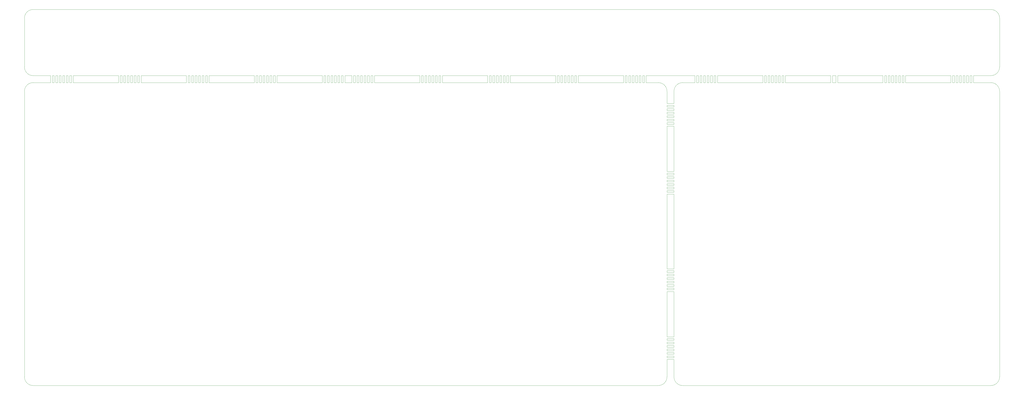
<source format=gbr>
G04 #@! TF.GenerationSoftware,KiCad,Pcbnew,(5.1.5)-3*
G04 #@! TF.CreationDate,2020-04-30T16:40:08-04:00*
G04 #@! TF.ProjectId,MiniVan,4d696e69-5661-46e2-9e6b-696361645f70,rev?*
G04 #@! TF.SameCoordinates,Original*
G04 #@! TF.FileFunction,Profile,NP*
%FSLAX46Y46*%
G04 Gerber Fmt 4.6, Leading zero omitted, Abs format (unit mm)*
G04 Created by KiCad (PCBNEW (5.1.5)-3) date 2020-04-30 16:40:08*
%MOMM*%
%LPD*%
G04 APERTURE LIST*
%ADD10C,0.050000*%
G04 APERTURE END LIST*
D10*
X-58737500Y-15081250D02*
X-58737500Y-17462500D01*
X385762500Y-15081250D02*
X385762500Y-17462500D01*
X-58737500Y4762500D02*
X-58737500Y-15081250D01*
X385762500Y4762500D02*
X385762500Y-15081250D01*
X234156250Y-148431250D02*
X234156250Y-147637500D01*
X237331250Y-148431250D02*
X234156250Y-148431250D01*
X237331250Y-147637500D02*
X237331250Y-148431250D01*
X234156250Y-147637500D02*
X237331250Y-147637500D01*
X234156250Y-146843750D02*
X234156250Y-146050000D01*
X237331250Y-146843750D02*
X234156250Y-146843750D01*
X237331250Y-146050000D02*
X237331250Y-146843750D01*
X234156250Y-146050000D02*
X237331250Y-146050000D01*
X237331250Y-115093750D02*
X234156250Y-115093750D01*
X237331250Y-115887500D02*
X237331250Y-115093750D01*
X234156250Y-115887500D02*
X237331250Y-115887500D01*
X234156250Y-115093750D02*
X234156250Y-115887500D01*
X234156250Y-117475000D02*
X234156250Y-116681250D01*
X237331250Y-117475000D02*
X234156250Y-117475000D01*
X237331250Y-116681250D02*
X237331250Y-117475000D01*
X234156250Y-116681250D02*
X237331250Y-116681250D01*
X237331250Y-41275000D02*
X234156250Y-41275000D01*
X237331250Y-42068750D02*
X237331250Y-41275000D01*
X234156250Y-42068750D02*
X237331250Y-42068750D01*
X234156250Y-41275000D02*
X234156250Y-42068750D01*
X237331250Y-39687500D02*
X234156250Y-39687500D01*
X237331250Y-40481250D02*
X237331250Y-39687500D01*
X234156250Y-40481250D02*
X237331250Y-40481250D01*
X234156250Y-39687500D02*
X234156250Y-40481250D01*
X237331250Y-70643750D02*
X234156250Y-70643750D01*
X237331250Y-71437500D02*
X237331250Y-70643750D01*
X234156250Y-71437500D02*
X237331250Y-71437500D01*
X234156250Y-70643750D02*
X234156250Y-71437500D01*
X237331250Y-72231250D02*
X234156250Y-72231250D01*
X237331250Y-73025000D02*
X237331250Y-72231250D01*
X234156250Y-73025000D02*
X237331250Y-73025000D01*
X234156250Y-72231250D02*
X234156250Y-73025000D01*
X309562500Y-24606250D02*
X309562500Y-21431250D01*
X311150000Y-24606250D02*
X309562500Y-24606250D01*
X311150000Y-21431250D02*
X311150000Y-24606250D01*
X309562500Y-21431250D02*
X311150000Y-21431250D01*
X87312500Y-24606250D02*
X87312500Y-21431250D01*
X90487500Y-24606250D02*
X87312500Y-24606250D01*
X90487500Y-21431250D02*
X90487500Y-24606250D01*
X87312500Y-21431250D02*
X90487500Y-21431250D01*
X98425000Y-21431250D02*
X97631250Y-21431250D01*
X91281250Y-21431250D02*
X91281250Y-24606250D01*
X93662500Y-24606250D02*
X93662500Y-21431250D01*
X99218750Y-21431250D02*
X99218750Y-24606250D01*
X92075000Y-21431250D02*
X91281250Y-21431250D01*
X99218750Y-21431250D02*
X100012500Y-21431250D01*
X97631250Y-21431250D02*
X97631250Y-24606250D01*
X97631250Y-24606250D02*
X98425000Y-24606250D01*
X98425000Y-24606250D02*
X98425000Y-21431250D01*
X94456250Y-24606250D02*
X95250000Y-24606250D01*
X95250000Y-24606250D02*
X95250000Y-21431250D01*
X99218750Y-24606250D02*
X100012500Y-24606250D01*
X92868750Y-21431250D02*
X92868750Y-24606250D01*
X92868750Y-24606250D02*
X93662500Y-24606250D01*
X93662500Y-21431250D02*
X92868750Y-21431250D01*
X96043750Y-21431250D02*
X96043750Y-24606250D01*
X95250000Y-21431250D02*
X94456250Y-21431250D01*
X100012500Y-21431250D02*
X100012500Y-24606250D01*
X92075000Y-24606250D02*
X92075000Y-21431250D01*
X96837500Y-24606250D02*
X96837500Y-21431250D01*
X96043750Y-24606250D02*
X96837500Y-24606250D01*
X96837500Y-21431250D02*
X96043750Y-21431250D01*
X91281250Y-24606250D02*
X92075000Y-24606250D01*
X94456250Y-21431250D02*
X94456250Y-24606250D01*
X84931250Y-21431250D02*
X84137500Y-21431250D01*
X77787500Y-21431250D02*
X77787500Y-24606250D01*
X80168750Y-24606250D02*
X80168750Y-21431250D01*
X85725000Y-21431250D02*
X85725000Y-24606250D01*
X78581250Y-21431250D02*
X77787500Y-21431250D01*
X85725000Y-21431250D02*
X86518750Y-21431250D01*
X84137500Y-21431250D02*
X84137500Y-24606250D01*
X84137500Y-24606250D02*
X84931250Y-24606250D01*
X84931250Y-24606250D02*
X84931250Y-21431250D01*
X80962500Y-24606250D02*
X81756250Y-24606250D01*
X81756250Y-24606250D02*
X81756250Y-21431250D01*
X85725000Y-24606250D02*
X86518750Y-24606250D01*
X79375000Y-21431250D02*
X79375000Y-24606250D01*
X79375000Y-24606250D02*
X80168750Y-24606250D01*
X80168750Y-21431250D02*
X79375000Y-21431250D01*
X82550000Y-21431250D02*
X82550000Y-24606250D01*
X81756250Y-21431250D02*
X80962500Y-21431250D01*
X86518750Y-21431250D02*
X86518750Y-24606250D01*
X78581250Y-24606250D02*
X78581250Y-21431250D01*
X83343750Y-24606250D02*
X83343750Y-21431250D01*
X82550000Y-24606250D02*
X83343750Y-24606250D01*
X83343750Y-21431250D02*
X82550000Y-21431250D01*
X77787500Y-24606250D02*
X78581250Y-24606250D01*
X80962500Y-21431250D02*
X80962500Y-24606250D01*
X288131250Y-21431250D02*
X288131250Y-24606250D01*
X288131250Y-24606250D02*
X308768750Y-24606250D01*
X308768750Y-21431250D02*
X288131250Y-21431250D01*
X308768750Y-24606250D02*
X308768750Y-21431250D01*
X311943750Y-21431250D02*
X311943750Y-24606250D01*
X311943750Y-24606250D02*
X332581250Y-24606250D01*
X332581250Y-21431250D02*
X311943750Y-21431250D01*
X332581250Y-24606250D02*
X332581250Y-21431250D01*
X100806250Y-21431250D02*
X100806250Y-24606250D01*
X100806250Y-24606250D02*
X121443750Y-24606250D01*
X121443750Y-21431250D02*
X100806250Y-21431250D01*
X121443750Y-24606250D02*
X121443750Y-21431250D01*
X162718750Y-21431250D02*
X162718750Y-24606250D01*
X162718750Y-24606250D02*
X183356250Y-24606250D01*
X183356250Y-21431250D02*
X162718750Y-21431250D01*
X183356250Y-24606250D02*
X183356250Y-21431250D01*
X159543750Y-21431250D02*
X159543750Y-24606250D01*
X160337500Y-24606250D02*
X160337500Y-21431250D01*
X161131250Y-21431250D02*
X161131250Y-24606250D01*
X159543750Y-24606250D02*
X160337500Y-24606250D01*
X156368750Y-24606250D02*
X157162500Y-24606250D01*
X161131250Y-21431250D02*
X161925000Y-21431250D01*
X161131250Y-24606250D02*
X161925000Y-24606250D01*
X155575000Y-21431250D02*
X154781250Y-21431250D01*
X156368750Y-21431250D02*
X156368750Y-24606250D01*
X155575000Y-24606250D02*
X155575000Y-21431250D01*
X157162500Y-24606250D02*
X157162500Y-21431250D01*
X158750000Y-21431250D02*
X157956250Y-21431250D01*
X124618750Y-24606250D02*
X124618750Y-21431250D01*
X122237500Y-21431250D02*
X122237500Y-24606250D01*
X130175000Y-21431250D02*
X130968750Y-21431250D01*
X129381250Y-21431250D02*
X128587500Y-21431250D01*
X131762500Y-21431250D02*
X131762500Y-24606250D01*
X123031250Y-21431250D02*
X122237500Y-21431250D01*
X130175000Y-21431250D02*
X130175000Y-24606250D01*
X130175000Y-24606250D02*
X130968750Y-24606250D01*
X123825000Y-21431250D02*
X123825000Y-24606250D01*
X127000000Y-21431250D02*
X127000000Y-24606250D01*
X131762500Y-24606250D02*
X152400000Y-24606250D01*
X123825000Y-24606250D02*
X124618750Y-24606250D01*
X126206250Y-21431250D02*
X125412500Y-21431250D01*
X130968750Y-21431250D02*
X130968750Y-24606250D01*
X127793750Y-24606250D02*
X127793750Y-21431250D01*
X127000000Y-24606250D02*
X127793750Y-24606250D01*
X123031250Y-24606250D02*
X123031250Y-21431250D01*
X122237500Y-24606250D02*
X123031250Y-24606250D01*
X158750000Y-24606250D02*
X158750000Y-21431250D01*
X128587500Y-21431250D02*
X128587500Y-24606250D01*
X128587500Y-24606250D02*
X129381250Y-24606250D01*
X152400000Y-24606250D02*
X152400000Y-21431250D01*
X154781250Y-21431250D02*
X154781250Y-24606250D01*
X129381250Y-24606250D02*
X129381250Y-21431250D01*
X153987500Y-21431250D02*
X153193750Y-21431250D01*
X127793750Y-21431250D02*
X127000000Y-21431250D01*
X152400000Y-21431250D02*
X131762500Y-21431250D01*
X153193750Y-24606250D02*
X153987500Y-24606250D01*
X125412500Y-24606250D02*
X126206250Y-24606250D01*
X126206250Y-24606250D02*
X126206250Y-21431250D01*
X125412500Y-21431250D02*
X125412500Y-24606250D01*
X157956250Y-21431250D02*
X157956250Y-24606250D01*
X154781250Y-24606250D02*
X155575000Y-24606250D01*
X153987500Y-24606250D02*
X153987500Y-21431250D01*
X157956250Y-24606250D02*
X158750000Y-24606250D01*
X160337500Y-21431250D02*
X159543750Y-21431250D01*
X161925000Y-21431250D02*
X161925000Y-24606250D01*
X153193750Y-21431250D02*
X153193750Y-24606250D01*
X124618750Y-21431250D02*
X123825000Y-21431250D01*
X157162500Y-21431250D02*
X156368750Y-21431250D01*
X370681250Y-21431250D02*
X370681250Y-24606250D01*
X371475000Y-24606250D02*
X371475000Y-21431250D01*
X372268750Y-21431250D02*
X372268750Y-24606250D01*
X370681250Y-24606250D02*
X371475000Y-24606250D01*
X367506250Y-24606250D02*
X368300000Y-24606250D01*
X372268750Y-21431250D02*
X373062500Y-21431250D01*
X372268750Y-24606250D02*
X373062500Y-24606250D01*
X366712500Y-21431250D02*
X365918750Y-21431250D01*
X367506250Y-21431250D02*
X367506250Y-24606250D01*
X366712500Y-24606250D02*
X366712500Y-21431250D01*
X368300000Y-24606250D02*
X368300000Y-21431250D01*
X369887500Y-21431250D02*
X369093750Y-21431250D01*
X335756250Y-24606250D02*
X335756250Y-21431250D01*
X333375000Y-21431250D02*
X333375000Y-24606250D01*
X341312500Y-21431250D02*
X342106250Y-21431250D01*
X340518750Y-21431250D02*
X339725000Y-21431250D01*
X342900000Y-21431250D02*
X342900000Y-24606250D01*
X334168750Y-21431250D02*
X333375000Y-21431250D01*
X341312500Y-21431250D02*
X341312500Y-24606250D01*
X341312500Y-24606250D02*
X342106250Y-24606250D01*
X334962500Y-21431250D02*
X334962500Y-24606250D01*
X338137500Y-21431250D02*
X338137500Y-24606250D01*
X342900000Y-24606250D02*
X363537500Y-24606250D01*
X334962500Y-24606250D02*
X335756250Y-24606250D01*
X337343750Y-21431250D02*
X336550000Y-21431250D01*
X342106250Y-21431250D02*
X342106250Y-24606250D01*
X338931250Y-24606250D02*
X338931250Y-21431250D01*
X338137500Y-24606250D02*
X338931250Y-24606250D01*
X334168750Y-24606250D02*
X334168750Y-21431250D01*
X333375000Y-24606250D02*
X334168750Y-24606250D01*
X369887500Y-24606250D02*
X369887500Y-21431250D01*
X339725000Y-21431250D02*
X339725000Y-24606250D01*
X339725000Y-24606250D02*
X340518750Y-24606250D01*
X363537500Y-24606250D02*
X363537500Y-21431250D01*
X365918750Y-21431250D02*
X365918750Y-24606250D01*
X340518750Y-24606250D02*
X340518750Y-21431250D01*
X365125000Y-21431250D02*
X364331250Y-21431250D01*
X338931250Y-21431250D02*
X338137500Y-21431250D01*
X363537500Y-21431250D02*
X342900000Y-21431250D01*
X364331250Y-24606250D02*
X365125000Y-24606250D01*
X336550000Y-24606250D02*
X337343750Y-24606250D01*
X337343750Y-24606250D02*
X337343750Y-21431250D01*
X336550000Y-21431250D02*
X336550000Y-24606250D01*
X369093750Y-21431250D02*
X369093750Y-24606250D01*
X365918750Y-24606250D02*
X366712500Y-24606250D01*
X365125000Y-24606250D02*
X365125000Y-21431250D01*
X369093750Y-24606250D02*
X369887500Y-24606250D01*
X371475000Y-21431250D02*
X370681250Y-21431250D01*
X373062500Y-21431250D02*
X373062500Y-24606250D01*
X364331250Y-21431250D02*
X364331250Y-24606250D01*
X335756250Y-21431250D02*
X334962500Y-21431250D01*
X368300000Y-21431250D02*
X367506250Y-21431250D01*
X284956250Y-21431250D02*
X284956250Y-24606250D01*
X285750000Y-24606250D02*
X285750000Y-21431250D01*
X286543750Y-21431250D02*
X286543750Y-24606250D01*
X284956250Y-24606250D02*
X285750000Y-24606250D01*
X281781250Y-24606250D02*
X282575000Y-24606250D01*
X286543750Y-21431250D02*
X287337500Y-21431250D01*
X286543750Y-24606250D02*
X287337500Y-24606250D01*
X280987500Y-21431250D02*
X280193750Y-21431250D01*
X281781250Y-21431250D02*
X281781250Y-24606250D01*
X280987500Y-24606250D02*
X280987500Y-21431250D01*
X282575000Y-24606250D02*
X282575000Y-21431250D01*
X284162500Y-21431250D02*
X283368750Y-21431250D01*
X250031250Y-24606250D02*
X250031250Y-21431250D01*
X247650000Y-21431250D02*
X247650000Y-24606250D01*
X255587500Y-21431250D02*
X256381250Y-21431250D01*
X254793750Y-21431250D02*
X254000000Y-21431250D01*
X257175000Y-21431250D02*
X257175000Y-24606250D01*
X248443750Y-21431250D02*
X247650000Y-21431250D01*
X255587500Y-21431250D02*
X255587500Y-24606250D01*
X255587500Y-24606250D02*
X256381250Y-24606250D01*
X249237500Y-21431250D02*
X249237500Y-24606250D01*
X252412500Y-21431250D02*
X252412500Y-24606250D01*
X257175000Y-24606250D02*
X277812500Y-24606250D01*
X249237500Y-24606250D02*
X250031250Y-24606250D01*
X251618750Y-21431250D02*
X250825000Y-21431250D01*
X256381250Y-21431250D02*
X256381250Y-24606250D01*
X253206250Y-24606250D02*
X253206250Y-21431250D01*
X252412500Y-24606250D02*
X253206250Y-24606250D01*
X248443750Y-24606250D02*
X248443750Y-21431250D01*
X247650000Y-24606250D02*
X248443750Y-24606250D01*
X284162500Y-24606250D02*
X284162500Y-21431250D01*
X254000000Y-21431250D02*
X254000000Y-24606250D01*
X254000000Y-24606250D02*
X254793750Y-24606250D01*
X277812500Y-24606250D02*
X277812500Y-21431250D01*
X280193750Y-21431250D02*
X280193750Y-24606250D01*
X254793750Y-24606250D02*
X254793750Y-21431250D01*
X279400000Y-21431250D02*
X278606250Y-21431250D01*
X253206250Y-21431250D02*
X252412500Y-21431250D01*
X277812500Y-21431250D02*
X257175000Y-21431250D01*
X278606250Y-24606250D02*
X279400000Y-24606250D01*
X250825000Y-24606250D02*
X251618750Y-24606250D01*
X251618750Y-24606250D02*
X251618750Y-21431250D01*
X250825000Y-21431250D02*
X250825000Y-24606250D01*
X283368750Y-21431250D02*
X283368750Y-24606250D01*
X280193750Y-24606250D02*
X280987500Y-24606250D01*
X279400000Y-24606250D02*
X279400000Y-21431250D01*
X283368750Y-24606250D02*
X284162500Y-24606250D01*
X285750000Y-21431250D02*
X284956250Y-21431250D01*
X287337500Y-21431250D02*
X287337500Y-24606250D01*
X278606250Y-21431250D02*
X278606250Y-24606250D01*
X250031250Y-21431250D02*
X249237500Y-21431250D01*
X282575000Y-21431250D02*
X281781250Y-21431250D01*
X221456250Y-21431250D02*
X221456250Y-24606250D01*
X222250000Y-24606250D02*
X222250000Y-21431250D01*
X223043750Y-21431250D02*
X223043750Y-24606250D01*
X221456250Y-24606250D02*
X222250000Y-24606250D01*
X218281250Y-24606250D02*
X219075000Y-24606250D01*
X223043750Y-21431250D02*
X223837500Y-21431250D01*
X223043750Y-24606250D02*
X223837500Y-24606250D01*
X217487500Y-21431250D02*
X216693750Y-21431250D01*
X218281250Y-21431250D02*
X218281250Y-24606250D01*
X217487500Y-24606250D02*
X217487500Y-21431250D01*
X219075000Y-24606250D02*
X219075000Y-21431250D01*
X220662500Y-21431250D02*
X219868750Y-21431250D01*
X186531250Y-24606250D02*
X186531250Y-21431250D01*
X184150000Y-21431250D02*
X184150000Y-24606250D01*
X192087500Y-21431250D02*
X192881250Y-21431250D01*
X191293750Y-21431250D02*
X190500000Y-21431250D01*
X193675000Y-21431250D02*
X193675000Y-24606250D01*
X184943750Y-21431250D02*
X184150000Y-21431250D01*
X192087500Y-21431250D02*
X192087500Y-24606250D01*
X192087500Y-24606250D02*
X192881250Y-24606250D01*
X185737500Y-21431250D02*
X185737500Y-24606250D01*
X188912500Y-21431250D02*
X188912500Y-24606250D01*
X193675000Y-24606250D02*
X214312500Y-24606250D01*
X185737500Y-24606250D02*
X186531250Y-24606250D01*
X188118750Y-21431250D02*
X187325000Y-21431250D01*
X192881250Y-21431250D02*
X192881250Y-24606250D01*
X189706250Y-24606250D02*
X189706250Y-21431250D01*
X188912500Y-24606250D02*
X189706250Y-24606250D01*
X184943750Y-24606250D02*
X184943750Y-21431250D01*
X184150000Y-24606250D02*
X184943750Y-24606250D01*
X220662500Y-24606250D02*
X220662500Y-21431250D01*
X190500000Y-21431250D02*
X190500000Y-24606250D01*
X190500000Y-24606250D02*
X191293750Y-24606250D01*
X214312500Y-24606250D02*
X214312500Y-21431250D01*
X216693750Y-21431250D02*
X216693750Y-24606250D01*
X191293750Y-24606250D02*
X191293750Y-21431250D01*
X215900000Y-21431250D02*
X215106250Y-21431250D01*
X189706250Y-21431250D02*
X188912500Y-21431250D01*
X214312500Y-21431250D02*
X193675000Y-21431250D01*
X215106250Y-24606250D02*
X215900000Y-24606250D01*
X187325000Y-24606250D02*
X188118750Y-24606250D01*
X188118750Y-24606250D02*
X188118750Y-21431250D01*
X187325000Y-21431250D02*
X187325000Y-24606250D01*
X219868750Y-21431250D02*
X219868750Y-24606250D01*
X216693750Y-24606250D02*
X217487500Y-24606250D01*
X215900000Y-24606250D02*
X215900000Y-21431250D01*
X219868750Y-24606250D02*
X220662500Y-24606250D01*
X222250000Y-21431250D02*
X221456250Y-21431250D01*
X223837500Y-21431250D02*
X223837500Y-24606250D01*
X215106250Y-21431250D02*
X215106250Y-24606250D01*
X186531250Y-21431250D02*
X185737500Y-21431250D01*
X219075000Y-21431250D02*
X218281250Y-21431250D01*
X53181250Y-21431250D02*
X53181250Y-24606250D01*
X52387500Y-21431250D02*
X51593750Y-21431250D01*
X53975000Y-24606250D02*
X53975000Y-21431250D01*
X53181250Y-24606250D02*
X53975000Y-24606250D01*
X76993750Y-21431250D02*
X56356250Y-21431250D01*
X76993750Y-24606250D02*
X76993750Y-21431250D01*
X50800000Y-24606250D02*
X50800000Y-21431250D01*
X50006250Y-24606250D02*
X50800000Y-24606250D01*
X49212500Y-21431250D02*
X48418750Y-21431250D01*
X50006250Y-21431250D02*
X50006250Y-24606250D01*
X49212500Y-24606250D02*
X49212500Y-21431250D01*
X56356250Y-21431250D02*
X56356250Y-24606250D01*
X54768750Y-21431250D02*
X54768750Y-24606250D01*
X54768750Y-21431250D02*
X55562500Y-21431250D01*
X54768750Y-24606250D02*
X55562500Y-24606250D01*
X51593750Y-21431250D02*
X51593750Y-24606250D01*
X50800000Y-21431250D02*
X50006250Y-21431250D01*
X52387500Y-24606250D02*
X52387500Y-21431250D01*
X51593750Y-24606250D02*
X52387500Y-24606250D01*
X53975000Y-21431250D02*
X53181250Y-21431250D01*
X55562500Y-21431250D02*
X55562500Y-24606250D01*
X48418750Y-21431250D02*
X48418750Y-24606250D01*
X47625000Y-21431250D02*
X46831250Y-21431250D01*
X56356250Y-24606250D02*
X76993750Y-24606250D01*
X46831250Y-21431250D02*
X46831250Y-24606250D01*
X48418750Y-24606250D02*
X49212500Y-24606250D01*
X47625000Y-24606250D02*
X47625000Y-21431250D01*
X46831250Y-24606250D02*
X47625000Y-24606250D01*
X22225000Y-21431250D02*
X22225000Y-24606250D01*
X21431250Y-21431250D02*
X20637500Y-21431250D01*
X23018750Y-24606250D02*
X23018750Y-21431250D01*
X22225000Y-24606250D02*
X23018750Y-24606250D01*
X46037500Y-21431250D02*
X25400000Y-21431250D01*
X46037500Y-24606250D02*
X46037500Y-21431250D01*
X19843750Y-24606250D02*
X19843750Y-21431250D01*
X19050000Y-24606250D02*
X19843750Y-24606250D01*
X18256250Y-21431250D02*
X17462500Y-21431250D01*
X19050000Y-21431250D02*
X19050000Y-24606250D01*
X18256250Y-24606250D02*
X18256250Y-21431250D01*
X25400000Y-21431250D02*
X25400000Y-24606250D01*
X23812500Y-21431250D02*
X23812500Y-24606250D01*
X23812500Y-21431250D02*
X24606250Y-21431250D01*
X23812500Y-24606250D02*
X24606250Y-24606250D01*
X20637500Y-21431250D02*
X20637500Y-24606250D01*
X19843750Y-21431250D02*
X19050000Y-21431250D01*
X21431250Y-24606250D02*
X21431250Y-21431250D01*
X20637500Y-24606250D02*
X21431250Y-24606250D01*
X23018750Y-21431250D02*
X22225000Y-21431250D01*
X24606250Y-21431250D02*
X24606250Y-24606250D01*
X17462500Y-21431250D02*
X17462500Y-24606250D01*
X16668750Y-21431250D02*
X15875000Y-21431250D01*
X25400000Y-24606250D02*
X46037500Y-24606250D01*
X15875000Y-21431250D02*
X15875000Y-24606250D01*
X17462500Y-24606250D02*
X18256250Y-24606250D01*
X16668750Y-24606250D02*
X16668750Y-21431250D01*
X15875000Y-24606250D02*
X16668750Y-24606250D01*
X-8731250Y-21431250D02*
X-8731250Y-24606250D01*
X-9525000Y-21431250D02*
X-10318750Y-21431250D01*
X-7937500Y-24606250D02*
X-7937500Y-21431250D01*
X-8731250Y-24606250D02*
X-7937500Y-24606250D01*
X15081250Y-21431250D02*
X-5556250Y-21431250D01*
X15081250Y-24606250D02*
X15081250Y-21431250D01*
X-11112500Y-24606250D02*
X-11112500Y-21431250D01*
X-11906250Y-24606250D02*
X-11112500Y-24606250D01*
X-12700000Y-21431250D02*
X-13493750Y-21431250D01*
X-11906250Y-21431250D02*
X-11906250Y-24606250D01*
X-12700000Y-24606250D02*
X-12700000Y-21431250D01*
X-5556250Y-21431250D02*
X-5556250Y-24606250D01*
X-7143750Y-21431250D02*
X-7143750Y-24606250D01*
X-7143750Y-21431250D02*
X-6350000Y-21431250D01*
X-7143750Y-24606250D02*
X-6350000Y-24606250D01*
X-10318750Y-21431250D02*
X-10318750Y-24606250D01*
X-11112500Y-21431250D02*
X-11906250Y-21431250D01*
X-9525000Y-24606250D02*
X-9525000Y-21431250D01*
X-10318750Y-24606250D02*
X-9525000Y-24606250D01*
X-7937500Y-21431250D02*
X-8731250Y-21431250D01*
X-6350000Y-21431250D02*
X-6350000Y-24606250D01*
X-13493750Y-21431250D02*
X-13493750Y-24606250D01*
X-14287500Y-21431250D02*
X-15081250Y-21431250D01*
X-5556250Y-24606250D02*
X15081250Y-24606250D01*
X-15081250Y-21431250D02*
X-15081250Y-24606250D01*
X-13493750Y-24606250D02*
X-12700000Y-24606250D01*
X-14287500Y-24606250D02*
X-14287500Y-21431250D01*
X-15081250Y-24606250D02*
X-14287500Y-24606250D01*
X-36512500Y-24606250D02*
X-15875000Y-24606250D01*
X-15875000Y-21431250D02*
X-36512500Y-21431250D01*
X-15875000Y-24606250D02*
X-15875000Y-21431250D01*
X237331250Y-109537500D02*
X237331250Y-75406250D01*
X234156250Y-75406250D02*
X234156250Y-109537500D01*
X234156250Y-109537500D02*
X237331250Y-109537500D01*
X234156250Y-75406250D02*
X237331250Y-75406250D01*
X237331250Y-68262500D02*
X234156250Y-68262500D01*
X234156250Y-66675000D02*
X237331250Y-66675000D01*
X234156250Y-67468750D02*
X237331250Y-67468750D01*
X234156250Y-68262500D02*
X234156250Y-67468750D01*
X237331250Y-67468750D02*
X237331250Y-68262500D01*
X237331250Y-74612500D02*
X234156250Y-74612500D01*
X234156250Y-74612500D02*
X234156250Y-73818750D01*
X237331250Y-73818750D02*
X237331250Y-74612500D01*
X234156250Y-73818750D02*
X237331250Y-73818750D01*
X234156250Y-65881250D02*
X237331250Y-65881250D01*
X237331250Y-69850000D02*
X234156250Y-69850000D01*
X234156250Y-69850000D02*
X234156250Y-69056250D01*
X234156250Y-65881250D02*
X234156250Y-66675000D01*
X237331250Y-69056250D02*
X237331250Y-69850000D01*
X234156250Y-69056250D02*
X237331250Y-69056250D01*
X237331250Y-66675000D02*
X237331250Y-65881250D01*
X234156250Y-64293750D02*
X234156250Y-65087500D01*
X237331250Y-65087500D02*
X237331250Y-64293750D01*
X234156250Y-65087500D02*
X237331250Y-65087500D01*
X237331250Y-37306250D02*
X234156250Y-37306250D01*
X234156250Y-35718750D02*
X237331250Y-35718750D01*
X234156250Y-36512500D02*
X237331250Y-36512500D01*
X234156250Y-37306250D02*
X234156250Y-36512500D01*
X237331250Y-36512500D02*
X237331250Y-37306250D01*
X237331250Y-43656250D02*
X234156250Y-43656250D01*
X234156250Y-43656250D02*
X234156250Y-42862500D01*
X237331250Y-42862500D02*
X237331250Y-43656250D01*
X234156250Y-42862500D02*
X237331250Y-42862500D01*
X234156250Y-34925000D02*
X237331250Y-34925000D01*
X237331250Y-38893750D02*
X234156250Y-38893750D01*
X234156250Y-38893750D02*
X234156250Y-38100000D01*
X234156250Y-34925000D02*
X234156250Y-35718750D01*
X237331250Y-38100000D02*
X237331250Y-38893750D01*
X234156250Y-38100000D02*
X237331250Y-38100000D01*
X237331250Y-35718750D02*
X237331250Y-34925000D01*
X234156250Y-119856250D02*
X234156250Y-140493750D01*
X237331250Y-119856250D02*
X237331250Y-140493750D01*
X234156250Y-119856250D02*
X237331250Y-119856250D01*
X234156250Y-118268750D02*
X237331250Y-118268750D01*
X237331250Y-118268750D02*
X237331250Y-119062500D01*
X237331250Y-119062500D02*
X234156250Y-119062500D01*
X234156250Y-119062500D02*
X234156250Y-118268750D01*
X237331250Y-111125000D02*
X237331250Y-110331250D01*
X234156250Y-111918750D02*
X237331250Y-111918750D01*
X237331250Y-111918750D02*
X237331250Y-112712500D01*
X234156250Y-112712500D02*
X234156250Y-111918750D01*
X237331250Y-112712500D02*
X234156250Y-112712500D01*
X234156250Y-111125000D02*
X237331250Y-111125000D01*
X234156250Y-110331250D02*
X234156250Y-111125000D01*
X234156250Y-114300000D02*
X234156250Y-113506250D01*
X234156250Y-113506250D02*
X237331250Y-113506250D01*
X237331250Y-113506250D02*
X237331250Y-114300000D01*
X237331250Y-114300000D02*
X234156250Y-114300000D01*
X234156250Y-110331250D02*
X237331250Y-110331250D01*
X234156250Y-140493750D02*
X237331250Y-140493750D01*
X237331250Y-142081250D02*
X237331250Y-141287500D01*
X234156250Y-142081250D02*
X237331250Y-142081250D01*
X234156250Y-141287500D02*
X234156250Y-142081250D01*
X234156250Y-142875000D02*
X237331250Y-142875000D01*
X237331250Y-142875000D02*
X237331250Y-143668750D01*
X237331250Y-143668750D02*
X234156250Y-143668750D01*
X234156250Y-143668750D02*
X234156250Y-142875000D01*
X234156250Y-144462500D02*
X237331250Y-144462500D01*
X237331250Y-144462500D02*
X237331250Y-145256250D01*
X237331250Y-145256250D02*
X234156250Y-145256250D01*
X234156250Y-145256250D02*
X234156250Y-144462500D01*
X237331250Y-150018750D02*
X234156250Y-150018750D01*
X237331250Y-149225000D02*
X237331250Y-150018750D01*
X234156250Y-149225000D02*
X237331250Y-149225000D01*
X234156250Y-150018750D02*
X234156250Y-149225000D01*
X-36512500Y-21431250D02*
X-36512500Y-24606250D01*
X-38100000Y-24606250D02*
X-37306250Y-24606250D01*
X-38100000Y-21431250D02*
X-38100000Y-24606250D01*
X-38100000Y-21431250D02*
X-37306250Y-21431250D01*
X-38893750Y-21431250D02*
X-39687500Y-21431250D01*
X-38893750Y-24606250D02*
X-38893750Y-21431250D01*
X-39687500Y-24606250D02*
X-38893750Y-24606250D01*
X-39687500Y-21431250D02*
X-39687500Y-24606250D01*
X-40481250Y-21431250D02*
X-41275000Y-21431250D01*
X-40481250Y-24606250D02*
X-40481250Y-21431250D01*
X-41275000Y-24606250D02*
X-40481250Y-24606250D01*
X-41275000Y-21431250D02*
X-41275000Y-24606250D01*
X-42068750Y-21431250D02*
X-42862500Y-21431250D01*
X-42068750Y-24606250D02*
X-42068750Y-21431250D01*
X-42862500Y-24606250D02*
X-42068750Y-24606250D01*
X-42862500Y-21431250D02*
X-42862500Y-24606250D01*
X-43656250Y-21431250D02*
X-44450000Y-21431250D01*
X-43656250Y-24606250D02*
X-43656250Y-21431250D01*
X-44450000Y-24606250D02*
X-43656250Y-24606250D01*
X-44450000Y-21431250D02*
X-44450000Y-24606250D01*
X-45243750Y-21431250D02*
X-46037500Y-21431250D01*
X-45243750Y-24606250D02*
X-45243750Y-21431250D01*
X-46037500Y-24606250D02*
X-45243750Y-24606250D01*
X-46037500Y-21431250D02*
X-46037500Y-24606250D01*
X237331250Y-64293750D02*
X237331250Y-44450000D01*
X234156250Y-44450000D02*
X234156250Y-64293750D01*
X234156250Y-31750000D02*
X234156250Y-34131250D01*
X237331250Y-31750000D02*
X237331250Y-34131250D01*
X224631250Y-24606250D02*
X230187500Y-24606250D01*
X224631250Y-21431250D02*
X227806250Y-21431250D01*
X237331250Y-44450000D02*
X234156250Y-44450000D01*
X234156250Y-141287500D02*
X237331250Y-141287500D01*
X237331250Y-150812500D02*
X237331250Y-157162500D01*
X234156250Y-150812500D02*
X237331250Y-150812500D01*
X234156250Y-155575000D02*
X234156250Y-150812500D01*
X234156250Y-28575000D02*
X234156250Y-31750000D01*
X237331250Y-31750000D02*
X237331250Y-28575000D01*
X234156250Y-34131250D02*
X237331250Y-34131250D01*
X373856250Y-21431250D02*
X381793750Y-21431250D01*
X373856250Y-24606250D02*
X373856250Y-21431250D01*
X381793750Y-24606250D02*
X373856250Y-24606250D01*
X241300000Y-24606250D02*
X246856250Y-24606250D01*
X246856250Y-21431250D02*
X227806250Y-21431250D01*
X246856250Y-24606250D02*
X246856250Y-21431250D01*
X224631250Y-21431250D02*
X224631250Y-24606250D01*
X-54768750Y-24606250D02*
X-46831250Y-24606250D01*
X-54768750Y-21431250D02*
X-46831250Y-21431250D01*
X-37306250Y-21431250D02*
X-37306250Y-24606250D01*
X-46831250Y-21431250D02*
X-46831250Y-24606250D01*
X-58737500Y-28575000D02*
X-58737500Y-158750000D01*
X241300000Y-162718750D02*
X334168750Y-162718750D01*
X385762500Y-28575000D02*
X385762500Y-31750000D01*
X381793750Y-24606250D02*
G75*
G02X385762500Y-28575000I0J-3968750D01*
G01*
X230187500Y-24606250D02*
G75*
G02X234156250Y-28575000I0J-3968750D01*
G01*
X385762500Y-63500000D02*
X385762500Y-31750000D01*
X385762500Y-116681250D02*
X385762500Y-63500000D01*
X385762500Y-142081250D02*
X385762500Y-116681250D01*
X385762500Y-158750000D02*
X385762500Y-142081250D01*
X237331250Y-157162500D02*
X237331250Y-158750000D01*
X234156250Y-157162500D02*
X234156250Y-158750000D01*
X229393750Y-162718750D02*
X230187500Y-162718750D01*
X191293750Y-162718750D02*
X229393750Y-162718750D01*
X24606250Y-162718750D02*
X191293750Y-162718750D01*
X-7143750Y-162718750D02*
X24606250Y-162718750D01*
X-54768750Y-162718750D02*
X-7143750Y-162718750D01*
X334168750Y-162718750D02*
X381793750Y-162718750D01*
X241300000Y-162718750D02*
G75*
G02X237331250Y-158750000I0J3968750D01*
G01*
X234156250Y-158750000D02*
G75*
G02X230187500Y-162718750I-3968750J0D01*
G01*
X234156250Y-155575000D02*
X234156250Y-157162500D01*
X237331250Y-28575000D02*
G75*
G02X241300000Y-24606250I3968750J0D01*
G01*
X-58737500Y-28575000D02*
G75*
G02X-54768750Y-24606250I3968750J0D01*
G01*
X-7143750Y8731250D02*
X-54768750Y8731250D01*
X72231250Y8731250D02*
X-7143750Y8731250D01*
X119856250Y8731250D02*
X72231250Y8731250D01*
X151606250Y8731250D02*
X119856250Y8731250D01*
X191293750Y8731250D02*
X151606250Y8731250D01*
X238918750Y8731250D02*
X191293750Y8731250D01*
X284956250Y8731250D02*
X238918750Y8731250D01*
X310356250Y8731250D02*
X284956250Y8731250D01*
X381793750Y8731250D02*
X310356250Y8731250D01*
X385762500Y-17462500D02*
G75*
G02X381793750Y-21431250I-3968750J0D01*
G01*
X-54768750Y-21431250D02*
G75*
G02X-58737500Y-17462500I0J3968750D01*
G01*
X381793750Y8731250D02*
G75*
G02X385762500Y4762500I0J-3968750D01*
G01*
X385762500Y-158750000D02*
G75*
G02X381793750Y-162718750I-3968750J0D01*
G01*
X-54768750Y-162718750D02*
G75*
G02X-58737500Y-158750000I0J3968750D01*
G01*
X-58737500Y4762500D02*
G75*
G02X-54768750Y8731250I3968750J0D01*
G01*
M02*

</source>
